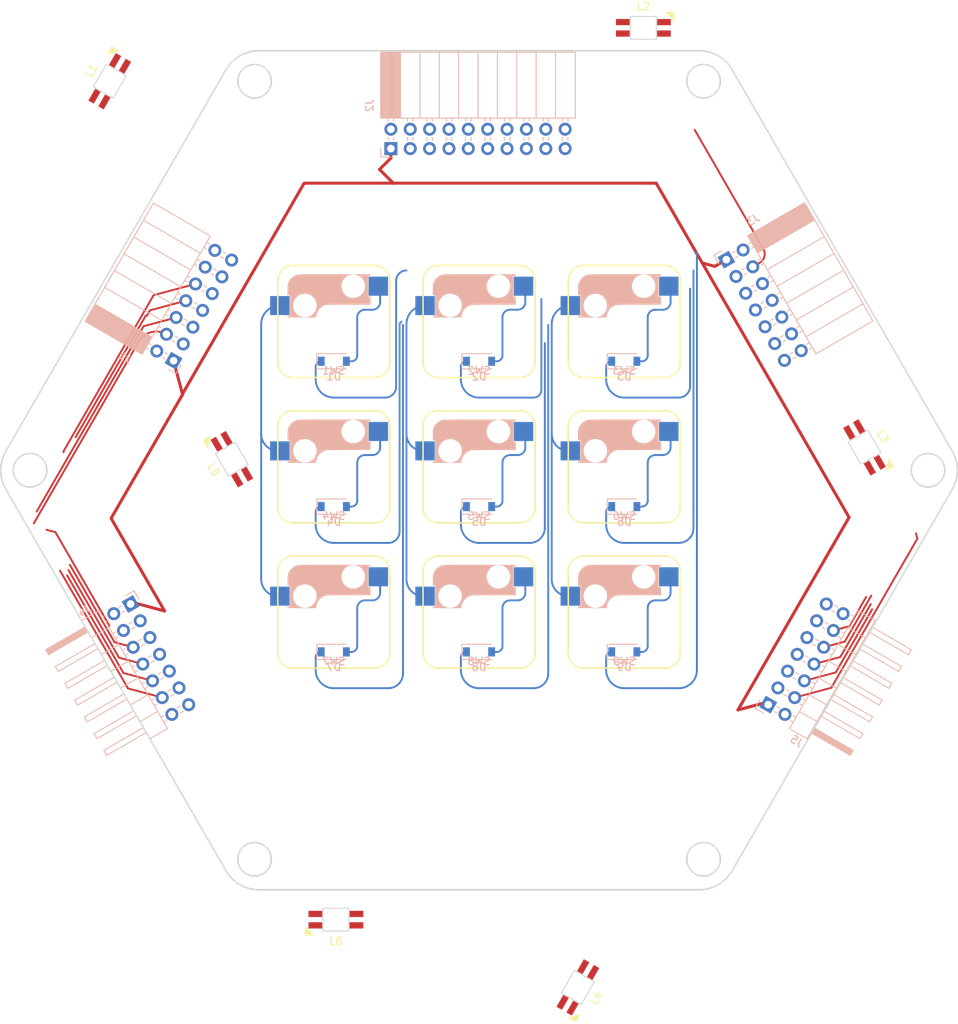
<source format=kicad_pcb>
(kicad_pcb (version 20211014) (generator pcbnew)
  (layers (0 "F.Cu" signal) (31 "B.Cu" signal) (34 "B.Paste" user) (35 "F.Paste" user) (36 "B.SilkS" user "B.Silkscreen") (37 "F.SilkS" user "F.Silkscreen") (38 "B.Mask" user) (39 "F.Mask" user) (44 "Edge.Cuts" user))
  (net 0 "")
  (net 1 "top_row0")
  (net 2 "Net-(D1-Pad2)")
  (net 3 "Net-(D2-Pad2)")
  (net 4 "Net-(D3-Pad2)")
  (net 5 "top_row1")
  (net 6 "Net-(D4-Pad2)")
  (net 7 "Net-(D5-Pad2)")
  (net 8 "Net-(D6-Pad2)")
  (net 9 "top_row2")
  (net 10 "Net-(D7-Pad2)")
  (net 11 "Net-(D8-Pad2)")
  (net 12 "Net-(D9-Pad2)")
  (net 13 "VCC")
  (net 14 "top_led_out")
  (net 15 "led_out")
  (net 16 "top_enc2_b")
  (net 17 "top_enc2_a")
  (net 18 "top_enc1_b")
  (net 19 "top_enc1_a")
  (net 20 "top_center_col0")
  (net 21 "top_center_col1")
  (net 22 "top_center_col2")
  (net 23 "GND")
  (net 25 "top_left_col0")
  (net 26 "top_left_col1")
  (net 27 "top_left_col2")
  (net 28 "top_right_col0")
  (net 29 "top_right_col1")
  (net 30 "top_right_col2")
  (net 33 "Net-(J4-Pad3)")
  (net 34 "Net-(L1-Pad2)")
  (net 35 "Net-(L2-Pad2)")
  (net 36 "Net-(L3-Pad2)")
  (net 37 "Net-(L4-Pad2)")
  (net 38 "Net-(L5-Pad2)")
  (footprint "mikamo3:YS-SK6812MINI-E" (layer "F.Cu") (at 112.172743 53.768027 180)
    (fp_text reference "L2" (at 0 2.8) (layer "F.SilkS"))
    (fp_text value "SK6812MINI-E" hide)
    (fp_line (start 1.7 -1.5) (end 1.7 1.5) (layer "Edge.Cuts") (width 0.12))
    (fp_line (start -1.7 -1.5) (end 1.7 -1.5) (layer "Edge.Cuts") (width 0.12))
    (fp_line (start 1.7 1.5) (end -1.7 1.5) (layer "Edge.Cuts") (width 0.12))
    (fp_line (start -1.7 1.5) (end -1.7 -1.5) (layer "Edge.Cuts") (width 0.12))
    (pad "1" smd rect (at 2.7 -0.75 180) (size 1.8 0.82) (layers "F.Cu" "F.Paste" "F.Mask") (net 13 "VCC"))
    (pad "2" smd rect (at 2.7 0.75 180) (size 1.8 0.82) (layers "F.Cu" "F.Paste" "F.Mask") (net 35 "Net-(L2-Pad2)"))
    (pad "3" smd rect (at -2.7 0.75 180) (size 1.8 0.82) (layers "F.Cu" "F.Paste" "F.Mask") (net 23 "GND"))
    (pad "4" smd rect (at -2.7 -0.75 180) (size 1.8 0.82) (layers "F.Cu" "F.Paste" "F.Mask") (net 34 "Net-(L1-Pad2)"))
  )
  (footprint "mikamo3:YS-SK6812MINI-E" (layer "F.Cu") (at 58.193129 110.313761 -60)
    (fp_text reference "L5" (at 0 2.8 120) (layer "F.SilkS"))
    (fp_text value "SK6812MINI-E" hide)
    (fp_line (start -1.7 -1.5) (end 1.7 -1.5) (layer "Edge.Cuts") (width 0.12))
    (fp_line (start -1.7 1.5) (end -1.7 -1.5) (layer "Edge.Cuts") (width 0.12))
    (fp_line (start 1.7 1.5) (end -1.7 1.5) (layer "Edge.Cuts") (width 0.12))
    (fp_line (start 1.7 -1.5) (end 1.7 1.5) (layer "Edge.Cuts") (width 0.12))
    (pad "1" smd rect (at 2.7 -0.75 300) (size 1.8 0.82) (layers "F.Cu" "F.Paste" "F.Mask") (net 13 "VCC"))
    (pad "2" smd rect (at 2.7 0.75 300) (size 1.8 0.82) (layers "F.Cu" "F.Paste" "F.Mask") (net 38 "Net-(L5-Pad2)"))
    (pad "3" smd rect (at -2.7 0.75 300) (size 1.8 0.82) (layers "F.Cu" "F.Paste" "F.Mask") (net 23 "GND"))
    (pad "4" smd rect (at -2.7 -0.75 300) (size 1.8 0.82) (layers "F.Cu" "F.Paste" "F.Mask") (net 37 "Net-(L4-Pad2)"))
  )
  (footprint "mikamo3:YS-SK6812MINI-E" (layer "F.Cu") (at 71.840621 170.682028)
    (fp_text reference "L6" (at 0 2.8) (layer "F.SilkS"))
    (fp_text value "SK6812MINI-E" hide)
    (fp_line (start 1.7 1.5) (end -1.7 1.5) (layer "Edge.Cuts") (width 0.12))
    (fp_line (start -1.7 1.5) (end -1.7 -1.5) (layer "Edge.Cuts") (width 0.12))
    (fp_line (start -1.7 -1.5) (end 1.7 -1.5) (layer "Edge.Cuts") (width 0.12))
    (fp_line (start 1.7 -1.5) (end 1.7 1.5) (layer "Edge.Cuts") (width 0.12))
    (pad "1" smd rect (at 2.7 -0.75) (size 1.8 0.82) (layers "F.Cu" "F.Paste" "F.Mask") (net 13 "VCC"))
    (pad "2" smd rect (at 2.7 0.75) (size 1.8 0.82) (layers "F.Cu" "F.Paste" "F.Mask") (net 15 "led_out"))
    (pad "3" smd rect (at -2.7 0.75) (size 1.8 0.82) (layers "F.Cu" "F.Paste" "F.Mask") (net 23 "GND"))
    (pad "4" smd rect (at -2.7 -0.75) (size 1.8 0.82) (layers "F.Cu" "F.Paste" "F.Mask") (net 38 "Net-(L5-Pad2)"))
  )
  (footprint "mikamo3:YS-SK6812MINI-E" (layer "F.Cu") (at 42.172741 60.768023 -120)
    (fp_text reference "L1" (at 0 2.8 60) (layer "F.SilkS"))
    (fp_text value "SK6812MINI-E" hide)
    (fp_line (start 1.7 -1.5) (end 1.7 1.5) (layer "Edge.Cuts") (width 0.12))
    (fp_line (start 1.7 1.5) (end -1.7 1.5) (layer "Edge.Cuts") (width 0.12))
    (fp_line (start -1.7 1.5) (end -1.7 -1.5) (layer "Edge.Cuts") (width 0.12))
    (fp_line (start -1.7 -1.5) (end 1.7 -1.5) (layer "Edge.Cuts") (width 0.12))
    (pad "1" smd rect (at 2.7 -0.75 240) (size 1.8 0.82) (layers "F.Cu" "F.Paste" "F.Mask") (net 13 "VCC"))
    (pad "2" smd rect (at 2.7 0.75 240) (size 1.8 0.82) (layers "F.Cu" "F.Paste" "F.Mask") (net 34 "Net-(L1-Pad2)"))
    (pad "3" smd rect (at -2.7 0.75 240) (size 1.8 0.82) (layers "F.Cu" "F.Paste" "F.Mask") (net 23 "GND"))
    (pad "4" smd rect (at -2.7 -0.75 240) (size 1.8 0.82) (layers "F.Cu" "F.Paste" "F.Mask") (net 14 "top_led_out"))
  )
  (footprint "mikamo3:CherryMX_Hotswap_1u" (layer "F.Cu") (at 71.567355 111.768191)
    (fp_text reference "SW4" (at 0 6 unlocked) (layer "B.SilkS") (effects (justify mirror)))
    (fp_text value "SW_Push" hide)
    (pad "" np_thru_hole circle (at -3.81 -2.54) (size 3 3) (drill 3) (layers F&B.Cu *.Mask))
    (pad "" np_thru_hole circle (at 0 0) (size 4.1 4.1) (drill 4.1) (layers F&B.Cu *.Mask))
    (pad "" np_thru_hole circle (at -5.08 0) (size 1.9 1.9) (drill 1.9) (layers F&B.Cu *.Mask))
    (pad "" np_thru_hole circle (at 2.54 -5.08) (size 3 3) (drill 3) (layers F&B.Cu *.Mask))
    (pad "" np_thru_hole circle (at 5.08 0) (size 1.9 1.9) (drill 1.9) (layers F&B.Cu *.Mask))
    (pad "1" smd rect (at -7.085 -2.54) (size 2.55 2.5) (layers "B.Cu" "B.Paste" "B.Mask") (net 20 "top_center_col0"))
    (pad "2" smd rect (at 5.842 -5.08) (size 2.55 2.5) (layers "B.Cu" "B.Paste" "B.Mask") (net 6 "Net-(D4-Pad2)"))
  )
  (footprint "mikamo3:CherryMX_Hotswap_1u" (layer "F.Cu") (at 71.567355 92.718194)
    (fp_text reference "SW1" (at 0 6 unlocked) (layer "B.SilkS") (effects (justify mirror)))
    (fp_text value "SW_Push" hide)
    (pad "" np_thru_hole circle (at -5.08 0) (size 1.9 1.9) (drill 1.9) (layers F&B.Cu *.Mask))
    (pad "" np_thru_hole circle (at -3.81 -2.54) (size 3 3) (drill 3) (layers F&B.Cu *.Mask))
    (pad "" np_thru_hole circle (at 0 0) (size 4.1 4.1) (drill 4.1) (layers F&B.Cu *.Mask))
    (pad "" np_thru_hole circle (at 5.08 0) (size 1.9 1.9) (drill 1.9) (layers F&B.Cu *.Mask))
    (pad "" np_thru_hole circle (at 2.54 -5.08) (size 3 3) (drill 3) (layers F&B.Cu *.Mask))
    (pad "1" smd rect (at -7.085 -2.54) (size 2.55 2.5) (layers "B.Cu" "B.Paste" "B.Mask") (net 20 "top_center_col0"))
    (pad "2" smd rect (at 5.842 -5.08) (size 2.55 2.5) (layers "B.Cu" "B.Paste" "B.Mask") (net 2 "Net-(D1-Pad2)"))
  )
  (footprint "mikamo3:CherryMX_Hotswap_1u" (layer "F.Cu") (at 90.617358 130.818197)
    (fp_text reference "SW8" (at 0 6 unlocked) (layer "B.SilkS") (effects (justify mirror)))
    (fp_text value "SW_Push" hide)
    (pad "" np_thru_hole circle (at -5.08 0) (size 1.9 1.9) (drill 1.9) (layers F&B.Cu *.Mask))
    (pad "" np_thru_hole circle (at 5.08 0) (size 1.9 1.9) (drill 1.9) (layers F&B.Cu *.Mask))
    (pad "" np_thru_hole circle (at 2.54 -5.08) (size 3 3) (drill 3) (layers F&B.Cu *.Mask))
    (pad "" np_thru_hole circle (at 0 0) (size 4.1 4.1) (drill 4.1) (layers F&B.Cu *.Mask))
    (pad "" np_thru_hole circle (at -3.81 -2.54) (size 3 3) (drill 3) (layers F&B.Cu *.Mask))
    (pad "1" smd rect (at -7.085 -2.54) (size 2.55 2.5) (layers "B.Cu" "B.Paste" "B.Mask") (net 21 "top_center_col1"))
    (pad "2" smd rect (at 5.842 -5.08) (size 2.55 2.5) (layers "B.Cu" "B.Paste" "B.Mask") (net 11 "Net-(D8-Pad2)"))
  )
  (footprint "mikamo3:CherryMX_Hotswap_1u" (layer "F.Cu") (at 109.667354 92.718195)
    (fp_text reference "SW3" (at 0 6 unlocked) (layer "B.SilkS") (effects (justify mirror)))
    (fp_text value "SW_Push" hide)
    (pad "" np_thru_hole circle (at 5.08 0) (size 1.9 1.9) (drill 1.9) (layers F&B.Cu *.Mask))
    (pad "" np_thru_hole circle (at -3.81 -2.54) (size 3 3) (drill 3) (layers F&B.Cu *.Mask))
    (pad "" np_thru_hole circle (at 2.54 -5.08) (size 3 3) (drill 3) (layers F&B.Cu *.Mask))
    (pad "" np_thru_hole circle (at -5.08 0) (size 1.9 1.9) (drill 1.9) (layers F&B.Cu *.Mask))
    (pad "" np_thru_hole circle (at 0 0) (size 4.1 4.1) (drill 4.1) (layers F&B.Cu *.Mask))
    (pad "1" smd rect (at -7.085 -2.54) (size 2.55 2.5) (layers "B.Cu" "B.Paste" "B.Mask") (net 22 "top_center_col2"))
    (pad "2" smd rect (at 5.842 -5.08) (size 2.55 2.5) (layers "B.Cu" "B.Paste" "B.Mask") (net 4 "Net-(D3-Pad2)"))
  )
  (footprint "mikamo3:CherryMX_Hotswap_1u" (layer "F.Cu") (at 109.667355 130.818198)
    (fp_text reference "SW9" (at 0 6 unlocked) (layer "B.SilkS") (effects (justify mirror)))
    (fp_text value "SW_Push" hide)
    (pad "" np_thru_hole circle (at -5.08 0) (size 1.9 1.9) (drill 1.9) (layers F&B.Cu *.Mask))
    (pad "" np_thru_hole circle (at -3.81 -2.54) (size 3 3) (drill 3) (layers F&B.Cu *.Mask))
    (pad "" np_thru_hole circle (at 0 0) (size 4.1 4.1) (drill 4.1) (layers F&B.Cu *.Mask))
    (pad "" np_thru_hole circle (at 2.54 -5.08) (size 3 3) (drill 3) (layers F&B.Cu *.Mask))
    (pad "" np_thru_hole circle (at 5.08 0) (size 1.9 1.9) (drill 1.9) (layers F&B.Cu *.Mask))
    (pad "1" smd rect (at -7.085 -2.54) (size 2.55 2.5) (layers "B.Cu" "B.Paste" "B.Mask") (net 22 "top_center_col2"))
    (pad "2" smd rect (at 5.842 -5.08) (size 2.55 2.5) (layers "B.Cu" "B.Paste" "B.Mask") (net 12 "Net-(D9-Pad2)"))
  )
  (footprint "mikamo3:CherryMX_Hotswap_1u" (layer "F.Cu") (at 90.617359 111.768199)
    (fp_text reference "SW5" (at 0 6 unlocked) (layer "B.SilkS") (effects (justify mirror)))
    (fp_text value "SW_Push" hide)
    (pad "" np_thru_hole circle (at 2.54 -5.08) (size 3 3) (drill 3) (layers F&B.Cu *.Mask))
    (pad "" np_thru_hole circle (at -3.81 -2.54) (size 3 3) (drill 3) (layers F&B.Cu *.Mask))
    (pad "" np_thru_hole circle (at -5.08 0) (size 1.9 1.9) (drill 1.9) (layers F&B.Cu *.Mask))
    (pad "" np_thru_hole circle (at 0 0) (size 4.1 4.1) (drill 4.1) (layers F&B.Cu *.Mask))
    (pad "" np_thru_hole circle (at 5.08 0) (size 1.9 1.9) (drill 1.9) (layers F&B.Cu *.Mask))
    (pad "1" smd rect (at -7.085 -2.54) (size 2.55 2.5) (layers "B.Cu" "B.Paste" "B.Mask") (net 21 "top_center_col1"))
    (pad "2" smd rect (at 5.842 -5.08) (size 2.55 2.5) (layers "B.Cu" "B.Paste" "B.Mask") (net 7 "Net-(D5-Pad2)"))
  )
  (footprint "mikamo3:YS-SK6812MINI-E" (layer "F.Cu") (at 141.172742 108.768029 120)
    (fp_text reference "L3" (at 0 2.8 120) (layer "F.SilkS"))
    (fp_text value "SK6812MINI-E" hide)
    (fp_line (start 1.7 1.5) (end -1.7 1.5) (layer "Edge.Cuts") (width 0.12))
    (fp_line (start -1.7 1.5) (end -1.7 -1.5) (layer "Edge.Cuts") (width 0.12))
    (fp_line (start -1.7 -1.5) (end 1.7 -1.5) (layer "Edge.Cuts") (width 0.12))
    (fp_line (start 1.7 -1.5) (end 1.7 1.5) (layer "Edge.Cuts") (width 0.12))
    (pad "1" smd rect (at 2.7 -0.75 120) (size 1.8 0.82) (layers "F.Cu" "F.Paste" "F.Mask") (net 13 "VCC"))
    (pad "2" smd rect (at 2.7 0.75 120) (size 1.8 0.82) (layers "F.Cu" "F.Paste" "F.Mask") (net 36 "Net-(L3-Pad2)"))
    (pad "3" smd rect (at -2.7 0.75 120) (size 1.8 0.82) (layers "F.Cu" "F.Paste" "F.Mask") (net 23 "GND"))
    (pad "4" smd rect (at -2.7 -0.75 120) (size 1.8 0.82) (layers "F.Cu" "F.Paste" "F.Mask") (net 35 "Net-(L2-Pad2)"))
  )
  (footprint "mikamo3:CherryMX_Hotswap_1u" (layer "F.Cu") (at 109.667357 111.768193)
    (fp_text reference "SW6" (at 0 6 unlocked) (layer "B.SilkS") (effects (justify mirror)))
    (fp_text value "SW_Push" hide)
    (pad "" np_thru_hole circle (at 2.54 -5.08) (size 3 3) (drill 3) (layers F&B.Cu *.Mask))
    (pad "" np_thru_hole circle (at -5.08 0) (size 1.9 1.9) (drill 1.9) (layers F&B.Cu *.Mask))
    (pad "" np_thru_hole circle (at 0 0) (size 4.1 4.1) (drill 4.1) (layers F&B.Cu *.Mask))
    (pad "" np_thru_hole circle (at 5.08 0) (size 1.9 1.9) (drill 1.9) (layers F&B.Cu *.Mask))
    (pad "" np_thru_hole circle (at -3.81 -2.54) (size 3 3) (drill 3) (layers F&B.Cu *.Mask))
    (pad "1" smd rect (at -7.085 -2.54) (size 2.55 2.5) (layers "B.Cu" "B.Paste" "B.Mask") (net 22 "top_center_col2"))
    (pad "2" smd rect (at 5.842 -5.08) (size 2.55 2.5) (layers "B.Cu" "B.Paste" "B.Mask") (net 8 "Net-(D6-Pad2)"))
  )
  (footprint "mikamo3:CherryMX_Hotswap_1u" (layer "F.Cu") (at 90.61736 92.718192)
    (fp_text reference "SW2" (at 0 6 unlocked) (layer "B.SilkS") (effects (justify mirror)))
    (fp_text value "SW_Push" hide)
    (pad "" np_thru_hole circle (at 5.08 0) (size 1.9 1.9) (drill 1.9) (layers F&B.Cu *.Mask))
    (pad "" np_thru_hole circle (at -3.81 -2.54) (size 3 3) (drill 3) (layers F&B.Cu *.Mask))
    (pad "" np_thru_hole circle (at 0 0) (size 4.1 4.1) (drill 4.1) (layers F&B.Cu *.Mask))
    (pad "" np_thru_hole circle (at -5.08 0) (size 1.9 1.9) (drill 1.9) (layers F&B.Cu *.Mask))
    (pad "" np_thru_hole circle (at 2.54 -5.08) (size 3 3) (drill 3) (layers F&B.Cu *.Mask))
    (pad "1" smd rect (at -7.085 -2.54) (size 2.55 2.5) (layers "B.Cu" "B.Paste" "B.Mask") (net 21 "top_center_col1"))
    (pad "2" smd rect (at 5.842 -5.08) (size 2.55 2.5) (layers "B.Cu" "B.Paste" "B.Mask") (net 3 "Net-(D2-Pad2)"))
  )
  (footprint "mikamo3:CherryMX_Hotswap_1u" (layer "F.Cu") (at 71.567358 130.818193)
    (fp_text reference "SW7" (at 0 6 unlocked) (layer "B.SilkS") (effects (justify mirror)))
    (fp_text value "SW_Push" hide)
    (pad "" np_thru_hole circle (at 2.54 -5.08) (size 3 3) (drill 3) (layers F&B.Cu *.Mask))
    (pad "" np_thru_hole circle (at -3.81 -2.54) (size 3 3) (drill 3) (layers F&B.Cu *.Mask))
    (pad "" np_thru_hole circle (at 5.08 0) (size 1.9 1.9) (drill 1.9) (layers F&B.Cu *.Mask))
    (pad "" np_thru_hole circle (at 0 0) (size 4.1 4.1) (drill 4.1) (layers F&B.Cu *.Mask))
    (pad "" np_thru_hole circle (at -5.08 0) (size 1.9 1.9) (drill 1.9) (layers F&B.Cu *.Mask))
    (pad "1" smd rect (at -7.085 -2.54) (size 2.55 2.5) (layers "B.Cu" "B.Paste" "B.Mask") (net 20 "top_center_col0"))
    (pad "2" smd rect (at 5.842 -5.08) (size 2.55 2.5) (layers "B.Cu" "B.Paste" "B.Mask") (net 10 "Net-(D7-Pad2)"))
  )
  (footprint "mikamo3:YS-SK6812MINI-E" (layer "F.Cu") (at 103.574903 179.563426 60)
    (fp_text reference "L4" (at 0 2.8 60) (layer "F.SilkS"))
    (fp_text value "SK6812MINI-E" hide)
    (fp_line (start 1.7 -1.5) (end 1.7 1.5) (layer "Edge.Cuts") (width 0.12))
    (fp_line (start -1.7 1.5) (end -1.7 -1.5) (layer "Edge.Cuts") (width 0.12))
    (fp_line (start -1.7 -1.5) (end 1.7 -1.5) (layer "Edge.Cuts") (width 0.12))
    (fp_line (start 1.7 1.5) (end -1.7 1.5) (layer "Edge.Cuts") (width 0.12))
    (pad "1" smd rect (at 2.7 -0.75 60) (size 1.8 0.82) (layers "F.Cu" "F.Paste" "F.Mask") (net 13 "VCC"))
    (pad "2" smd rect (at 2.7 0.75 60) (size 1.8 0.82) (layers "F.Cu" "F.Paste" "F.Mask") (net 37 "Net-(L4-Pad2)"))
    (pad "3" smd rect (at -2.7 0.75 60) (size 1.8 0.82) (layers "F.Cu" "F.Paste" "F.Mask") (net 23 "GND"))
    (pad "4" smd rect (at -2.7 -0.75 60) (size 1.8 0.82) (layers "F.Cu" "F.Paste" "F.Mask") (net 36 "Net-(L3-Pad2)"))
  )
  (footprint "Connector_PinSocket_2.54mm:PinSocket_2x10_P2.54mm_Horizontal" (layer "B.Cu") (at 79.048903 69.598967 -90)
    (fp_text reference "J2" (at -5.65 2.77 90) (layer "B.SilkS") (effects (justify mirror)))
    (fp_text value "Conn_01x20")
    (pad "1" thru_hole rect (at 0 0 270) (size 1.7 1.7) (drill 1) (layers *.Cu *.Mask) (net 13 "VCC"))
    (pad "2" thru_hole oval (at -2.54 0 270) (size 1.7 1.7) (drill 1) (layers *.Cu *.Mask))
    (pad "3" thru_hole oval (at 0 -2.54 270) (size 1.7 1.7) (drill 1) (layers *.Cu *.Mask) (net 14 "top_led_out"))
    (pad "4" thru_hole oval (at -2.54 -2.54 270) (size 1.7 1.7) (drill 1) (layers *.Cu *.Mask) (net 1 "top_row0"))
    (pad "5" thru_hole oval (at 0 -5.08 270) (size 1.7 1.7) (drill 1) (layers *.Cu *.Mask) (net 5 "top_row1"))
    (pad "6" thru_hole oval (at -2.54 -5.08 270) (size 1.7 1.7) (drill 1) (layers *.Cu *.Mask) (net 9 "top_row2"))
    (pad "7" thru_hole oval (at 0 -7.62 270) (size 1.7 1.7) (drill 1) (layers *.Cu *.Mask) (net 16 "top_enc2_b"))
    (pad "8" thru_hole oval (at -2.54 -7.62 270) (size 1.7 1.7) (drill 1) (layers *.Cu *.Mask) (net 17 "top_enc2_a"))
    (pad "9" thru_hole oval (at 0 -10.16 270) (size 1.7 1.7) (drill 1) (layers *.Cu *.Mask) (net 18 "top_enc1_b"))
    (pad "10" thru_hole oval (at -2.54 -10.16 270) (size 1.7 1.7) (drill 1) (layers *.Cu *.Mask) (net 19 "top_enc1_a"))
    (pad "11" thru_hole oval (at 0 -12.7 270) (size 1.7 1.7) (drill 1) (layers *.Cu *.Mask) (net 20 "top_center_col0"))
    (pad "12" thru_hole oval (at -2.54 -12.7 270) (size 1.7 1.7) (drill 1) (layers *.Cu *.Mask) (net 21 "top_center_col1"))
    (pad "13" thru_hole oval (at 0 -15.24 270) (size 1.7 1.7) (drill 1) (layers *.Cu *.Mask) (net 22 "top_center_col2"))
    (pad "14" thru_hole oval (at -2.54 -15.24 270) (size 1.7 1.7) (drill 1) (layers *.Cu *.Mask) (net 25 "top_left_col0"))
    (pad "15" thru_hole oval (at 0 -17.78 270) (size 1.7 1.7) (drill 1) (layers *.Cu *.Mask) (net 26 "top_left_col1"))
    (pad "16" thru_hole oval (at -2.54 -17.78 270) (size 1.7 1.7) (drill 1) (layers *.Cu *.Mask) (net 27 "top_left_col2"))
    (pad "17" thru_hole oval (at 0 -20.32 270) (size 1.7 1.7) (drill 1) (layers *.Cu *.Mask) (net 28 "top_right_col0"))
    (pad "18" thru_hole oval (at -2.54 -20.32 270) (size 1.7 1.7) (drill 1) (layers *.Cu *.Mask) (net 29 "top_right_col1"))
    (pad "19" thru_hole oval (at 0 -22.86 270) (size 1.7 1.7) (drill 1) (layers *.Cu *.Mask) (net 30 "top_right_col2"))
    (pad "20" thru_hole oval (at -2.54 -22.86 270) (size 1.7 1.7) (drill 1) (layers *.Cu *.Mask) (net 23 "GND"))
  )
  (footprint "Diode_SMD:D_SOD-123" (layer "B.Cu") (at 90.617359 116.530699)
    (fp_text reference "D5" (at 0 2) (layer "B.SilkS") (effects (justify mirror)))
    (fp_text value "D")
    (pad "1" smd rect (at -1.65 0) (size 0.9 1.2) (layers "B.Cu" "B.Paste" "B.Mask") (net 5 "top_row1"))
    (pad "2" smd rect (at 1.65 0) (size 0.9 1.2) (layers "B.Cu" "B.Paste" "B.Mask") (net 7 "Net-(D5-Pad2)"))
  )
  (footprint "Connector_PinSocket_2.54mm:PinSocket_2x07_P2.54mm_Horizontal" (layer "B.Cu") (at 123.052511 84.16137 -150)
    (fp_text reference "J3" (at -5.65 2.769999 30) (layer "B.SilkS") (effects (justify mirror)))
    (fp_text value "Conn_01x14")
    (pad "1" thru_hole rect (at 0 0 210) (size 1.7 1.7) (drill 1) (layers *.Cu *.Mask) (net 13 "VCC"))
    (pad "2" thru_hole oval (at -2.54 0 210) (size 1.7 1.7) (drill 1) (layers *.Cu *.Mask) (net 14 "top_led_out"))
    (pad "3" thru_hole oval (at 0 -2.54 210) (size 1.7 1.7) (drill 1) (layers *.Cu *.Mask))
    (pad "4" thru_hole oval (at -2.54 -2.54 210) (size 1.7 1.7) (drill 1) (layers *.Cu *.Mask) (net 1 "top_row0"))
    (pad "5" thru_hole oval (at 0 -5.08 210) (size 1.7 1.7) (drill 1) (layers *.Cu *.Mask) (net 5 "top_row1"))
    (pad "6" thru_hole oval (at -2.54 -5.08 210) (size 1.7 1.7) (drill 1) (layers *.Cu *.Mask) (net 9 "top_row2"))
    (pad "7" thru_hole oval (at 0 -7.62 210) (size 1.7 1.7) (drill 1) (layers *.Cu *.Mask) (net 16 "top_enc2_b"))
    (pad "8" thru_hole oval (at -2.54 -7.62 210) (size 1.7 1.7) (drill 1) (layers *.Cu *.Mask) (net 17 "top_enc2_a"))
    (pad "9" thru_hole oval (at 0 -10.16 210) (size 1.7 1.7) (drill 1) (layers *.Cu *.Mask) (net 18 "top_enc1_b"))
    (pad "10" thru_hole oval (at -2.54 -10.16 210) (size 1.7 1.7) (drill 1) (layers *.Cu *.Mask) (net 19 "top_enc1_a"))
    (pad "11" thru_hole oval (at 0 -12.7 210) (size 1.7 1.7) (drill 1) (layers *.Cu *.Mask) (net 20 "top_center_col0"))
    (pad "12" thru_hole oval (at -2.54 -12.7 210) (size 1.7 1.7) (drill 1) (layers *.Cu *.Mask) (net 21 "top_center_col1"))
    (pad "13" thru_hole oval (at 0 -15.24 210) (size 1.7 1.7) (drill 1) (layers *.Cu *.Mask) (net 22 "top_center_col2"))
    (pad "14" thru_hole oval (at -2.54 -15.24 210) (size 1.7 1.7) (drill 1) (layers *.Cu *.Mask) (net 23 "GND"))
  )
  (footprint "Diode_SMD:D_SOD-123" (layer "B.Cu") (at 71.567358 116.530693)
    (fp_text reference "D4" (at 0 2) (layer "B.SilkS") (effects (justify mirror)))
    (fp_text value "D")
    (pad "1" smd rect (at -1.65 0) (size 0.9 1.2) (layers "B.Cu" "B.Paste" "B.Mask") (net 5 "top_row1"))
    (pad "2" smd rect (at 1.65 0) (size 0.9 1.2) (layers "B.Cu" "B.Paste" "B.Mask") (net 6 "Net-(D4-Pad2)"))
  )
  (footprint "Diode_SMD:D_SOD-123" (layer "B.Cu") (at 109.667354 116.530695)
    (fp_text reference "D6" (at 0 2) (layer "B.SilkS") (effects (justify mirror)))
    (fp_text value "D")
    (pad "1" smd rect (at -1.65 0) (size 0.9 1.2) (layers "B.Cu" "B.Paste" "B.Mask") (net 5 "top_row1"))
    (pad "2" smd rect (at 1.65 0) (size 0.9 1.2) (layers "B.Cu" "B.Paste" "B.Mask") (net 8 "Net-(D6-Pad2)"))
  )
  (footprint "Connector_PinSocket_2.54mm:PinSocket_2x07_P2.54mm_Horizontal" (layer "B.Cu") (at 50.545298 97.411561 -30)
    (fp_text reference "J1" (at -5.650001 2.77 150) (layer "B.SilkS") (effects (justify mirror)))
    (fp_text value "Conn_01x14")
    (pad "1" thru_hole rect (at 0 0 330) (size 1.7 1.7) (drill 1) (layers *.Cu *.Mask) (net 13 "VCC"))
    (pad "2" thru_hole oval (at -2.54 0 330) (size 1.7 1.7) (drill 1) (layers *.Cu *.Mask) (net 14 "top_led_out"))
    (pad "3" thru_hole oval (at 0 -2.54 330) (size 1.7 1.7) (drill 1) (layers *.Cu *.Mask) (net 15 "led_out"))
    (pad "4" thru_hole oval (at -2.54 -2.54 330) (size 1.7 1.7) (drill 1) (layers *.Cu *.Mask) (net 1 "top_row0"))
    (pad "5" thru_hole oval (at 0 -5.08 330) (size 1.7 1.7) (drill 1) (layers *.Cu *.Mask) (net 5 "top_row1"))
    (pad "6" thru_hole oval (at -2.54 -5.08 330) (size 1.7 1.7) (drill 1) (layers *.Cu *.Mask) (net 9 "top_row2"))
    (pad "7" thru_hole oval (at 0 -7.62 330) (size 1.7 1.7) (drill 1) (layers *.Cu *.Mask) (net 16 "top_enc2_b"))
    (pad "8" thru_hole oval (at -2.54 -7.62 330) (size 1.7 1.7) (drill 1) (layers *.Cu *.Mask) (net 17 "top_enc2_a"))
    (pad "9" thru_hole oval (at 0 -10.16 330) (size 1.7 1.7) (drill 1) (layers *.Cu *.Mask) (net 18 "top_enc1_b"))
    (pad "10" thru_hole oval (at -2.54 -10.16 330) (size 1.7 1.7) (drill 1) (layers *.Cu *.Mask) (net 19 "top_enc1_a"))
    (pad "11" thru_hole oval (at 0 -12.7 330) (size 1.7 1.7) (drill 1) (layers *.Cu *.Mask) (net 20 "top_center_col0"))
    (pad "12" thru_hole oval (at -2.54 -12.7 330) (size 1.7 1.7) (drill 1) (layers *.Cu *.Mask) (net 21 "top_center_col1"))
    (pad "13" thru_hole oval (at 0 -15.24 330) (size 1.7 1.7) (drill 1) (layers *.Cu *.Mask) (net 22 "top_center_col2"))
    (pad "14" thru_hole oval (at -2.54 -15.24 330) (size 1.7 1.7) (drill 1) (layers *.Cu *.Mask) (net 23 "GND"))
  )
  (footprint "Diode_SMD:D_SOD-123" (layer "B.Cu") (at 90.617359 97.480693)
    (fp_text reference "D2" (at 0 2) (layer "B.SilkS") (effects (justify mirror)))
    (fp_text value "D")
    (pad "1" smd rect (at -1.65 0) (size 0.9 1.2) (layers "B.Cu" "B.Paste" "B.Mask") (net 1 "top_row0"))
    (pad "2" smd rect (at 1.65 0) (size 0.9 1.2) (layers "B.Cu" "B.Paste" "B.Mask") (net 3 "Net-(D2-Pad2)"))
  )
  (footprint "Connector_PinHeader_2.54mm:PinHeader_2x07_P2.54mm_Horizontal" (layer "B.Cu") (at 44.90861 129.304555 -150)
    (fp_text reference "J4" (at 5.655 2.27 30) (layer "B.SilkS") (effects (justify mirror)))
    (fp_text value "Conn_01x14")
    (pad "1" thru_hole rect (at 0 0 210) (size 1.7 1.7) (drill 1) (layers *.Cu *.Mask) (net 13 "VCC"))
    (pad "2" thru_hole oval (at 2.54 0 210) (size 1.7 1.7) (drill 1) (layers *.Cu *.Mask))
    (pad "3" thru_hole oval (at 0 -2.54 210) (size 1.7 1.7) (drill 1) (layers *.Cu *.Mask) (net 33 "Net-(J4-Pad3)"))
    (pad "4" thru_hole oval (at 2.54 -2.54 210) (size 1.7 1.7) (drill 1) (layers *.Cu *.Mask) (net 1 "top_row0"))
    (pad "5" thru_hole oval (at 0 -5.08 210) (size 1.7 1.7) (drill 1) (layers *.Cu *.Mask) (net 5 "top_row1"))
    (pad "6" thru_hole oval (at 2.54 -5.08 210) (size 1.7 1.7) (drill 1) (layers *.Cu *.Mask) (net 9 "top_row2"))
    (pad "7" thru_hole oval (at 0 -7.62 210) (size 1.7 1.7) (drill 1) (layers *.Cu *.Mask) (net 16 "top_enc2_b"))
    (pad "8" thru_hole oval (at 2.54 -7.62 210) (size 1.7 1.7) (drill 1) (layers *.Cu *.Mask) (net 17 "top_enc2_a"))
    (pad "9" thru_hole oval (at 0 -10.16 210) (size 1.7 1.7) (drill 1) (layers *.Cu *.Mask) (net 18 "top_enc1_b"))
    (pad "10" thru_hole oval (at 2.54 -10.16 210) (size 1.7 1.7) (drill 1) (layers *.Cu *.Mask) (net 19 "top_enc1_a"))
    (pad "11" thru_hole oval (at 0 -12.7 210) (size 1.7 1.7) (drill 1) (layers *.Cu *.Mask) (net 25 "top_left_col0"))
    (pad "12" thru_hole oval (at 2.54 -12.7 210) (size 1.7 1.7) (drill 1) (layers *.Cu *.Mask) (net 26 "top_left_col1"))
    (pad "13" thru_hole oval (at 0 -15.24 210) (size 1.7 1.7) (drill 1) (layers *.Cu *.Mask) (net 27 "top_left_col2"))
    (pad "14" thru_hole oval (at 2.54 -15.24 210) (size 1.7 1.7) (drill 1) (layers *.Cu *.Mask) (net 23 "GND"))
  )
  (footprint "Connector_PinHeader_2.54mm:PinHeader_2x07_P2.54mm_Horizontal" (layer "B.Cu") (at 128.543358 142.502412 -30)
    (fp_text reference "J5" (at 5.655 2.27 150) (layer "B.SilkS") (effects (justify mirror)))
    (fp_text value "Conn_01x14")
    (pad "1" thru_hole rect (at 0 0 330) (size 1.7 1.7) (drill 1) (layers *.Cu *.Mask) (net 13 "VCC"))
    (pad "2" thru_hole oval (at 2.54 0 330) (size 1.7 1.7) (drill 1) (layers *.Cu *.Mask) (net 33 "Net-(J4-Pad3)"))
    (pad "3" thru_hole oval (at 0 -2.54 330) (size 1.7 1.7) (drill 1) (layers *.Cu *.Mask) (net 15 "led_out"))
    (pad "4" thru_hole oval (at 2.54 -2.54 330) (size 1.7 1.7) (drill 1) (layers *.Cu *.Mask) (net 1 "top_row0"))
    (pad "5" thru_hole oval (at 0 -5.08 330) (size 1.7 1.7) (drill 1) (layers *.Cu *.Mask) (net 5 "top_row1"))
    (pad "6" thru_hole oval (at 2.54 -5.08 330) (size 1.7 1.7) (drill 1) (layers *.Cu *.Mask) (net 9 "top_row2"))
    (pad "7" thru_hole oval (at 0 -7.62 330) (size 1.7 1.7) (drill 1) (layers *.Cu *.Mask) (net 16 "top_enc2_b"))
    (pad "8" thru_hole oval (at 2.54 -7.62 330) (size 1.7 1.7) (drill 1) (layers *.Cu *.Mask) (net 17 "top_enc2_a"))
    (pad "9" thru_hole oval (at 0 -10.16 330) (size 1.7 1.7) (drill 1) (layers *.Cu *.Mask) (net 18 "top_enc1_b"))
    (pad "10" thru_hole oval (at 2.54 -10.16 330) (size 1.7 1.7) (drill 1) (layers *.Cu *.Mask) (net 19 "top_enc1_a"))
    (pad "11" thru_hole oval (at 0 -12.7 330) (size 1.7 1.7) (drill 1) (layers *.Cu *.Mask) (net 28 "top_right_col0"))
    (pad "12" thru_hole oval (at 2.54 -12.7 330) (size 1.7 1.7) (drill 1) (layers *.Cu *.Mask) (net 29 "top_right_col1"))
    (pad "13" thru_hole oval (at 0 -15.24 330) (size 1.7 1.7) (drill 1) (layers *.Cu *.Mask) (net 30 "top_right_col2"))
    (pad "14" thru_hole oval (at 2.54 -15.24 330) (size 1.7 1.7) (drill 1) (layers *.Cu *.Mask) (net 23 "GND"))
  )
  (footprint "Diode_SMD:D_SOD-123" (layer "B.Cu") (at 71.567356 135.580693)
    (fp_text reference "D7" (at 0 2) (layer "B.SilkS") (effects (justify mirror)))
    (fp_text value "D")
    (pad "1" smd rect (at -1.65 0) (size 0.9 1.2) (layers "B.Cu" "B.Paste" "B.Mask") (net 9 "top_row2"))
    (pad "2" smd rect (at 1.65 0) (size 0.9 1.2) (layers "B.Cu" "B.Paste" "B.Mask") (net 10 "Net-(D7-Pad2)"))
  )
  (footprint "Diode_SMD:D_SOD-123" (layer "B.Cu") (at 90.617357 135.580696)
    (fp_text reference "D8" (at 0 2) (layer "B.SilkS") (effects (justify mirror)))
    (fp_text value "D")
    (pad "1" smd rect (at -1.65 0) (size 0.9 1.2) (layers "B.Cu" "B.Paste" "B.Mask") (net 9 "top_row2"))
    (pad "2" smd rect (at 1.65 0) (size 0.9 1.2) (layers "B.Cu" "B.Paste" "B.Mask") (net 11 "Net-(D8-Pad2)"))
  )
  (footprint "Diode_SMD:D_SOD-123" (layer "B.Cu") (at 109.667354 97.480695)
    (fp_text reference "D3" (at 0 2) (layer "B.SilkS") (effects (justify mirror)))
    (fp_text value "D")
    (pad "1" smd rect (at -1.65 0) (size 0.9 1.2) (layers "B.Cu" "B.Paste" "B.Mask") (net 1 "top_row0"))
    (pad "2" smd rect (at 1.65 0) (size 0.9 1.2) (layers "B.Cu" "B.Paste" "B.Mask") (net 4 "Net-(D3-Pad2)"))
  )
  (footprint "Diode_SMD:D_SOD-123" (layer "B.Cu") (at 71.567355 97.480694)
    (fp_text reference "D1" (at 0 2) (layer "B.SilkS") (effects (justify mirror)))
    (fp_text value "D")
    (pad "1" smd rect (at -1.65 0) (size 0.9 1.2) (layers "B.Cu" "B.Paste" "B.Mask") (net 1 "top_row0"))
    (pad "2" smd rect (at 1.65 0) (size 0.9 1.2) (layers "B.Cu" "B.Paste" "B.Mask") (net 2 "Net-(D1-Pad2)"))
  )
  (footprint "Diode_SMD:D_SOD-123" (layer "B.Cu") (at 109.667355 135.580698)
    (fp_text reference "D9" (at 0 2) (layer "B.SilkS") (effects (justify mirror)))
    (fp_text value "D")
    (pad "1" smd rect (at -1.65 0) (size 0.9 1.2) (layers "B.Cu" "B.Paste" "B.Mask") (net 9 "top_row2"))
    (pad "2" smd rect (at 1.65 0) (size 0.9 1.2) (layers "B.Cu" "B.Paste" "B.Mask") (net 12 "Net-(D9-Pad2)"))
  )
  (gr_line (start 123.815148 164.268193) (end 152.682658 114.268199) (layer "Edge.Cuts") (width 0.2))
  (gr_circle (center 120.062269 60.768366) (end 122.262267 60.768367) (layer "Edge.Cuts") (width 0.2) (fill none))
  (gr_arc (start 61.749995 166.768195) (mid 59.249998 166.098318) (end 57.419863 164.268196) (layer "Edge.Cuts") (width 0.2))
  (gr_circle (center 31.727974 111.768195) (end 33.927977 111.768193) (layer "Edge.Cuts") (width 0.2) (fill none))
  (gr_arc (start 123.815148 164.268193) (mid 121.985023 166.098328) (end 119.485021 166.768196) (layer "Edge.Cuts") (width 0.2))
  (gr_arc (start 28.552354 114.268199) (mid 27.88248 111.768196) (end 28.552351 109.268191) (layer "Edge.Cuts") (width 0.2))
  (gr_line (start 28.552354 114.268199) (end 57.419863 164.268196) (layer "Edge.Cuts") (width 0.2))
  (gr_circle (center 149.507034 111.768195) (end 151.707032 111.768196) (layer "Edge.Cuts") (width 0.2) (fill none))
  (gr_arc (start 119.485019 56.768197) (mid 121.985013 57.438073) (end 123.815146 59.268192) (layer "Edge.Cuts") (width 0.2))
  (gr_arc (start 57.419867 59.268196) (mid 59.249994 57.438066) (end 61.749994 56.768193) (layer "Edge.Cuts") (width 0.2))
  (gr_line (start 152.682658 109.268199) (end 123.815146 59.268192) (layer "Edge.Cuts") (width 0.2))
  (gr_line (start 57.419867 59.268196) (end 28.552351 109.268191) (layer "Edge.Cuts") (width 0.2))
  (gr_line (start 61.749995 166.768195) (end 119.485021 166.768196) (layer "Edge.Cuts") (width 0.2))
  (gr_circle (center 61.172743 162.768024) (end 63.372742 162.768022) (layer "Edge.Cuts") (width 0.2) (fill none))
  (gr_arc (start 152.682658 109.268199) (mid 153.352527 111.768199) (end 152.682658 114.268199) (layer "Edge.Cuts") (width 0.2))
  (gr_circle (center 120.062269 162.768024) (end 122.262267 162.768025) (layer "Edge.Cuts") (width 0.2) (fill none))
  (gr_line (start 119.485019 56.768197) (end 61.749994 56.768193) (layer "Edge.Cuts") (width 0.2))
  (gr_circle (center 61.172739 60.768366) (end 63.372742 60.768364) (layer "Edge.Cuts") (width 0.2) (fill none))
  (segment (start 32.225886 118.715348) (end 32.225886 118.715348) (width 0.25) (layer "F.Cu") (net 1))
  (segment (start 143.859512 128.092282) (end 148.109515 120.731069) (width 0.25) (layer "F.Cu") (net 1))
  (segment (start 127.900222 82.734585) (end 118.90022 67.14613) (width 0.25) (layer "F.Cu") (net 1))
  (segment (start 43.978901 132.774263) (end 43.407973 133.10388) (width 0.25) (layer "F.Cu") (net 1))
  (segment (start 42.132616 132.154462) (end 35.047681 119.882989) (width 0.25) (layer "F.Cu") (net 1))
  (segment (start 136.820263 140.284627) (end 143.859512 128.092282) (width 0.25) (layer "F.Cu") (net 1))
  (segment (start 148.109515 120.731069) (end 147.926501 120.048053) (width 0.25) (layer "F.Cu") (net 1))
  (segment (start 45.963957 94.920311) (end 32.225886 118.715348) (width 0.25) (layer "F.Cu") (net 1))
  (segment (start 35.047681 119.882989) (end 33.895758 119.574334) (width 0.25) (layer "F.Cu") (net 1))
  (segment (start 132.013062 141.572707) (end 136.820263 140.284627) (width 0.25) (layer "F.Cu") (net 1))
  (segment (start 126.522214 85.091072) (end 127.405438 84.581144) (width 0.25) (layer "F.Cu") (net 1))
  (arc (start 127.405438 84.581144) (mid 128.035266 83.760341) (end 127.900222 82.734585) (width 0.25) (layer "F.Cu") (net 1))
  (arc (start 49.615589 93.941857) (mid 47.587141 93.674828) (end 45.963957 94.920311) (width 0.25) (layer "F.Cu") (net 1))
  (segment (start 118.292355 99.861944) (end 118.292354 100.761946) (width 0.25) (layer "B.Cu") (net 1))
  (segment (start 79.742359 86.924442) (end 79.742355 100.802889) (width 0.25) (layer "B.Cu") (net 1))
  (segment (start 88.236109 99.861943) (end 88.236105 98.21195) (width 0.25) (layer "B.Cu") (net 1))
  (segment (start 98.792356 89.30569) (end 98.792359 101.211942) (width 0.25) (layer "B.Cu") (net 1))
  (segment (start 109.667357 102.243193) (end 116.811104 102.243195) (width 0.25) (layer "B.Cu") (net 1))
  (segment (start 97.761103 102.243193) (end 90.617359 102.243193) (width 0.25) (layer "B.Cu") (net 1))
  (segment (start 118.292355 99.861944) (end 118.292355 87.955694) (width 0.25) (layer "B.Cu") (net 1))
  (segment (start 107.286104 98.211948) (end 107.286109 99.861944) (width 0.25) (layer "B.Cu") (net 1))
  (segment (start 78.30205 102.243195) (end 71.567354 102.243193) (width 0.25) (layer "B.Cu") (net 1))
  (segment (start 69.186105 99.861944) (end 69.186104 98.211937) (width 0.25) (layer "B.Cu") (net 1))
  (arc (start 98.792359 101.211942) (mid 98.49031 101.941145) (end 97.761103 102.243193) (width 0.25) (layer "B.Cu") (net 1))
  (arc (start 90.617359 102.243193) (mid 88.933558 101.545744) (end 88.236109 99.861943) (width 0.25) (layer "B.Cu") (net 1))
  (arc (start 81.092355 85.574444) (mid 80.137759 85.969851) (end 79.742359 86.924442) (width 0.25) (layer "B.Cu") (net 1))
  (arc (start 71.567354 102.243193) (mid 69.883557 101.545737) (end 69.186105 99.861944) (width 0.25) (layer "B.Cu") (net 1))
  (arc (start 118.292354 100.761946) (mid 117.858508 101.809345) (end 116.811104 102.243195) (width 0.25) (layer "B.Cu") (net 1))
  (arc (start 69.186104 98.211937) (mid 69.400284 97.694871) (end 69.917356 97.48069) (width 0.25) (layer "B.Cu") (net 1))
  (arc (start 88.236105 98.21195) (mid 88.450283 97.694877) (end 88.967354 97.480694) (width 0.25) (layer "B.Cu") (net 1))
  (arc (start 107.286109 99.861944) (mid 107.983561 101.545733) (end 109.667357 102.243193) (width 0.25) (layer "B.Cu") (net 1))
  (arc (start 79.742355 100.802889) (mid 79.320501 101.821343) (end 78.30205 102.243195) (width 0.25) (layer "B.Cu") (net 1))
  (arc (start 108.017356 97.48069) (mid 107.500283 97.694874) (end 107.286104 98.211948) (width 0.25) (layer "B.Cu") (net 1))
  (segment (start 75.637359 90.725697) (end 76.637357 90.725697) (width 0.25) (layer "B.Cu") (net 2))
  (segment (start 77.637357 89.725696) (end 77.637361 87.853695) (width 0.25) (layer "B.Cu") (net 2))
  (segment (start 73.237354 97.488191) (end 73.874851 97.488194) (width 0.25) (layer "B.Cu") (net 2))
  (segment (start 74.63736 96.725696) (end 74.637355 91.725697) (width 0.25) (layer "B.Cu") (net 2))
  (arc (start 73.874851 97.488194) (mid 74.41403 97.264864) (end 74.63736 96.725696) (width 0.25) (layer "B.Cu") (net 2))
  (arc (start 76.637357 90.725697) (mid 77.344462 90.432807) (end 77.637357 89.725696) (width 0.25) (layer "B.Cu") (net 2))
  (arc (start 74.637355 91.725697) (mid 74.930251 91.018588) (end 75.637359 90.725697) (width 0.25) (layer "B.Cu") (net 2))
  (arc (start 77.637361 87.853695) (mid 77.576434 87.70662) (end 77.429354 87.645698) (width 0.25) (layer "B.Cu") (net 2))
  (segment (start 96.687356 89.718193) (end 96.687359 87.846195) (width 0.25) (layer "B.Cu") (net 3))
  (segment (start 93.687356 96.7182) (end 93.687359 91.718197) (width 0.25) (layer "B.Cu") (net 3))
  (segment (start 92.287356 97.4807) (end 92.924857 97.480699) (width 0.25) (layer "B.Cu") (net 3))
  (segment (start 94.687354 90.718197) (end 95.687356 90.718195) (width 0.25) (layer "B.Cu") (net 3))
  (arc (start 93.687359 91.718197) (mid 93.980249 91.011093) (end 94.687354 90.718197) (width 0.25) (layer "B.Cu") (net 3))
  (arc (start 92.924857 97.480699) (mid 93.464026 97.257369) (end 93.687356 96.7182) (width 0.25) (layer "B.Cu") (net 3))
  (arc (start 96.687359 87.846195) (mid 96.626437 87.699119) (end 96.479357 87.638193) (width 0.25) (layer "B.Cu") (net 3))
  (arc (start 95.687356 90.718195) (mid 96.394461 90.425302) (end 96.687356 89.718193) (width 0.25) (layer "B.Cu") (net 3))
  (segment (start 112.737357 96.725699) (end 112.737357 91.725701) (width 0.25) (layer "B.Cu") (net 4))
  (segment (start 113.737354 90.725693) (end 114.737355 90.725696) (width 0.25) (layer "B.Cu") (net 4))
  (segment (start 115.737356 89.725695) (end 115.73736 87.853699) (width 0.25) (layer "B.Cu") (net 4))
  (segment (start 111.337359 97.488197) (end 111.974856 97.488192) (width 0.25) (layer "B.Cu") (net 4))
  (arc (start 115.73736 87.853699) (mid 115.676435 87.706622) (end 115.529355 87.645699) (width 0.25) (layer "B.Cu") (net 4))
  (arc (start 112.737357 91.725701) (mid 113.030252 91.018588) (end 113.737354 90.725693) (width 0.25) (layer "B.Cu") (net 4))
  (arc (start 111.974856 97.488192) (mid 112.514021 97.264867) (end 112.737357 96.725699) (width 0.25) (layer "B.Cu") (net 4))
  (arc (start 114.737355 90.725696) (mid 115.444462 90.432807) (end 115.737356 89.725695) (width 0.25) (layer "B.Cu") (net 4))
  (segment (start 99.242357 119.314587) (end 99.242356 95.09944) (width 0.25) (layer "B.Cu") (net 5))
  (segment (start 118.742358 116.980691) (end 118.742354 118.911939) (width 0.25) (layer "B.Cu") (net 5))
  (segment (start 80.192356 112.668196) (end 80.192356 119.811946) (width 0.25) (layer "B.Cu") (net 5))
  (segment (start 71.567358 121.293193) (end 78.711106 121.293197) (width 0.25) (layer "B.Cu") (net 5))
  (segment (start 88.236109 117.261943) (end 88.236106 118.911947) (width 0.25) (layer "B.Cu") (net 5))
  (segment (start 118.742358 116.980691) (end 118.742355 85.574442) (width 0.25) (layer "B.Cu") (net 5))
  (segment (start 80.192356 112.668196) (end 80.192356 92.531802) (width 0.25) (layer "B.Cu") (net 5))
  (segment (start 109.667354 121.293195) (end 116.811104 121.293195) (width 0.25) (layer "B.Cu") (net 5))
  (segment (start 80.192356 92.531802) (end 80.455958 92.268193) (width 0.25) (layer "B.Cu") (net 5))
  (segment (start 118.742354 118.911939) (end 118.742358 119.361941) (width 0.25) (layer "B.Cu") (net 5))
  (segment (start 107.286104 117.261945) (end 107.286104 118.911945) (width 0.25) (layer "B.Cu") (net 5))
  (segment (start 69.186106 117.261946) (end 69.186108 118.911943) (width 0.25) (layer "B.Cu") (net 5))
  (segment (start 90.617356 121.293197) (end 97.263752 121.293193) (width 0.25) (layer "B.Cu") (net 5))
  (arc (start 99.242357 119.314587) (mid 98.662835 120.713671) (end 97.263752 121.293193) (width 0.25) (layer "B.Cu") (net 5))
  (arc (start 69.917356 116.530695) (mid 69.400287 116.744872) (end 69.186106 117.261946) (width 0.25) (layer "B.Cu") (net 5))
  (arc (start 118.742358 119.361941) (mid 118.176705 120.72754) (end 116.811104 121.293195) (width 0.25) (layer "B.Cu") (net 5))
  (arc (start 80.192356 119.811946) (mid 79.758505 120.859348) (end 78.711106 121.293197) (width 0.25) (layer "B.Cu") (net 5))
  (arc (start 108.017356 116.530697) (mid 107.500284 116.744877) (end 107.286104 117.261945) (width 0.25) (layer "B.Cu") (net 5))
  (arc (start 88.236106 118.911947) (mid 88.933559 120.59574) (end 90.617356 121.293197) (width 0.25) (layer "B.Cu") (net 5))
  (arc (start 69.186108 118.911943) (mid 69.883558 120.595744) (end 71.567358 121.293193) (width 0.25) (layer "B.Cu") (net 5))
  (arc (start 107.286104 118.911945) (mid 107.983556 120.595742) (end 109.667354 121.293195) (width 0.25) (layer "B.Cu") (net 5))
  (arc (start 88.967359 116.530699) (mid 88.450283 116.744874) (end 88.236109 117.261943) (width 0.25) (layer "B.Cu") (net 5))
  (segment (start 74.637355 115.775697) (end 74.637358 110.775695) (width 0.25) (layer "B.Cu") (net 6))
  (segment (start 75.637354 109.775698) (end 76.63736 109.775696) (width 0.25) (layer "B.Cu") (net 6))
  (segment (start 73.237359 116.538195) (end 73.874853 116.538195) (width 0.25) (layer "B.Cu") (net 6))
  (segment (start 77.637357 108.775699) (end 77.637358 106.903698) (width 0.25) (layer "B.Cu") (net 6))
  (arc (start 77.637358 106.903698) (mid 77.576432 106.756619) (end 77.429356 106.695695) (width 0.25) (layer "B.Cu") (net 6))
  (arc (start 74.637358 110.775695) (mid 74.930249 110.068584) (end 75.637354 109.775698) (width 0.25) (layer "B.Cu") (net 6))
  (arc (start 76.63736 109.775696) (mid 77.344461 109.482797) (end 77.637357 108.775699) (width 0.25) (layer "B.Cu") (net 6))
  (arc (start 73.874853 116.538195) (mid 74.41403 116.314865) (end 74.637355 115.775697) (width 0.25) (layer "B.Cu") (net 6))
  (segment (start 92.287353 116.538198) (end 92.924856 116.538197) (width 0.25) (layer "B.Cu") (net 7))
  (segment (start 96.687359 108.775697) (end 96.687357 106.903693) (width 0.25) (layer "B.Cu") (net 7))
  (segment (start 94.687354 109.775698) (end 95.687358 109.7757) (width 0.25) (layer "B.Cu") (net 7))
  (segment (start 93.687359 115.775697) (end 93.687356 110.775697) (width 0.25) (layer "B.Cu") (net 7))
  (arc (start 93.687356 110.775697) (mid 93.980251 110.068593) (end 94.687354 109.775698) (width 0.25) (layer "B.Cu") (net 7))
  (arc (start 95.687358 109.7757) (mid 96.394466 109.482801) (end 96.687359 108.775697) (width 0.25) (layer "B.Cu") (net 7))
  (arc (start 92.924856 116.538197) (mid 93.464025 116.314867) (end 93.687359 115.775697) (width 0.25) (layer "B.Cu") (net 7))
  (arc (start 96.687357 106.903693) (mid 96.626437 106.756623) (end 96.479353 106.695694) (width 0.25) (layer "B.Cu") (net 7))
  (segment (start 112.737354 115.775696) (end 112.737353 110.775695) (width 0.25) (layer "B.Cu") (net 8))
  (segment (start 115.737359 108.775699) (end 115.737355 106.903696) (width 0.25) (layer "B.Cu") (net 8))
  (segment (start 113.737356 109.775697) (end 114.737356 109.775699) (width 0.25) (layer "B.Cu") (net 8))
  (segment (start 111.337355 116.538196) (end 111.974855 116.538195) (width 0.25) (layer "B.Cu") (net 8))
  (arc (start 112.737353 110.775695) (mid 113.030249 110.068592) (end 113.737356 109.775697) (width 0.25) (layer "B.Cu") (net 8))
  (arc (start 111.974855 116.538195) (mid 112.514022 116.31487) (end 112.737354 115.775696) (width 0.25) (layer "B.Cu") (net 8))
  (arc (start 114.737356 109.775699) (mid 115.444467 109.482801) (end 115.737359 108.775699) (width 0.25) (layer "B.Cu") (net 8))
  (arc (start 115.737355 106.903696) (mid 115.676439 106.756618) (end 115.529354 106.695692) (width 0.25) (layer "B.Cu") (net 8))
  (segment (start 50.885591 91.742156) (end 46.619245 92.885313) (width 0.25) (layer "F.Cu") (net 9))
  (segment (start 42.586173 99.8708) (end 32.586172 117.191312) (width 0.25) (layer "F.Cu") (net 9))
  (segment (start 137.407251 138.267932) (end 142.176504 130.007343) (width 0.25) (layer "F.Cu") (net 9))
  (segment (start 46.619245 92.885313) (end 42.586173 99.8708) (width 0.25) (layer "F.Cu") (net 9))
  (segment (start 45.248901 134.973965) (end 42.805042 134.319135) (width 0.25) (layer "F.Cu") (net 9))
  (segment (start 42.805042 134.319135) (end 36.949606 124.177219) (width 0.25) (layer "F.Cu") (net 9))
  (segment (start 133.283067 139.373007) (end 137.407251 138.267932) (width 0.25) (layer "F.Cu") (net 9))
  (segment (start 90.617355 140.343198) (end 97.761105 140.343198) (width 0.25) (layer "B.Cu") (net 9))
  (segment (start 80.642355 138.411947) (end 80.642355 92.718195) (width 0.25) (layer "B.Cu") (net 9))
  (segment (start 107.286104 136.311948) (end 107.286105 137.961948) (width 0.25) (layer "B.Cu") (net 9))
  (segment (start 119.192354 137.961945) (end 119.192354 83.193196) (width 0.25) (layer "B.Cu") (net 9))
  (segment (start 71.567354 140.343196) (end 78.711104 140.343196) (width 0.25) (layer "B.Cu") (net 9))
  (segment (start 69.186104 136.311943) (end 69.186106 137.961943) (width 0.25) (layer "B.Cu") (net 9))
  (segment (start 109.667355 140.343198) (end 116.811105 140.343198) (width 0.25) (layer "B.Cu") (net 9))
  (segment (start 99.692355 138.411944) (end 99.692355 92.718192) (width 0.25) (layer "B.Cu") (net 9))
  (segment (start 88.236109 136.311949) (end 88.236104 137.961946) (width 0.25) (layer "B.Cu") (net 9))
  (arc (start 107.286105 137.961948) (mid 107.983559 139.645741) (end 109.667355 140.343198) (width 0.25) (layer "B.Cu") (net 9))
  (arc (start 88.96736 135.580695) (mid 88.450283 135.794872) (end 88.236109 136.311949) (width 0.25) (layer "B.Cu") (net 9))
  (arc (start 69.917356 135.580695) (mid 69.400284 135.794877) (end 69.186104 136.311943) (width 0.25) (layer "B.Cu") (net 9))
  (arc (start 88.236104 137.961946) (mid 88.933562 139.645743) (end 90.617355 140.343198) (width 0.25) (layer "B.Cu") (net 9))
  (arc (start 108.017355 135.580691) (mid 107.500283 135.794875) (end 107.286104 136.311948) (width 0.25) (layer "B.Cu") (net 9))
  (arc (start 116.811105 140.343198) (mid 118.494902 139.645736) (end 119.192354 137.961945) (width 0.25) (layer "B.Cu") (net 9))
  (arc (start 99.692355 138.411944) (mid 99.126703 139.777541) (end 97.761105 140.343198) (width 0.25) (layer "B.Cu") (net 9))
  (arc (start 78.711104 140.343196) (mid 80.076704 139.777543) (end 80.642355 138.411947) (width 0.25) (layer "B.Cu") (net 9))
  (arc (start 69.186106 137.961943) (mid 69.883561 139.645743) (end 71.567354 140.343196) (width 0.25) (layer "B.Cu") (net 9))
  (segment (start 77.637353 127.825698) (end 77.637356 125.953692) (width 0.25) (layer "B.Cu") (net 10))
  (segment (start 75.637355 128.825696) (end 76.637357 128.825694) (width 0.25) (layer "B.Cu") (net 10))
  (segment (start 74.637355 134.825697) (end 74.637356 129.8257) (width 0.25) (layer "B.Cu") (net 10))
  (segment (start 73.237354 135.588197) (end 73.874855 135.588193) (width 0.25) (layer "B.Cu") (net 10))
  (arc (start 77.637356 125.953692) (mid 77.576435 125.806622) (end 77.429362 125.745696) (width 0.25) (layer "B.Cu") (net 10))
  (arc (start 76.637357 128.825694) (mid 77.344464 128.532797) (end 77.637353 127.825698) (width 0.25) (layer "B.Cu") (net 10))
  (arc (start 73.874855 135.588193) (mid 74.41403 135.364864) (end 74.637355 134.825697) (width 0.25) (layer "B.Cu") (net 10))
  (arc (start 74.637356 129.8257) (mid 74.930249 129.118583) (end 75.637355 128.825696) (width 0.25) (layer "B.Cu") (net 10))
  (segment (start 93.687356 134.825695) (end 93.687356 129.825695) (width 0.25) (layer "B.Cu") (net 11))
  (segment (start 96.687357 127.825698) (end 96.68736 125.953698) (width 0.25) (layer "B.Cu") (net 11))
  (segment (start 92.287354 135.588196) (end 92.92486 135.588196) (width 0.25) (layer "B.Cu") (net 11))
  (segment (start 94.687356 128.825699) (end 95.687352 128.825696) (width 0.25) (layer "B.Cu") (net 11))
  (arc (start 93.687356 129.825695) (mid 93.98025 129.118589) (end 94.687356 128.825699) (width 0.25) (layer "B.Cu") (net 11))
  (arc (start 95.687352 128.825696) (mid 96.394461 128.532802) (end 96.687357 127.825698) (width 0.25) (layer "B.Cu") (net 11))
  (arc (start 96.68736 125.953698) (mid 96.626439 125.806616) (end 96.479354 125.745695) (width 0.25) (layer "B.Cu") (net 11))
  (arc (start 92.92486 135.588196) (mid 93.464025 135.364866) (end 93.687356 134.825695) (width 0.25) (layer "B.Cu") (net 11))
  (segment (start 113.737358 128.825698) (end 114.737357 128.825701) (width 0.25) (layer "B.Cu") (net 12))
  (segment (start 111.337354 135.588196) (end 111.974858 135.588194) (width 0.25) (layer "B.Cu") (net 12))
  (segment (start 115.737357 127.825698) (end 115.73736 125.953698) (width 0.25) (layer "B.Cu") (net 12))
  (segment (start 112.737357 134.825695) (end 112.737357 129.825695) (width 0.25) (layer "B.Cu") (net 12))
  (arc (start 111.974858 135.588194) (mid 112.514029 135.364866) (end 112.737357 134.825695) (width 0.25) (layer "B.Cu") (net 12))
  (arc (start 115.73736 125.953698) (mid 115.676436 125.806615) (end 115.529357 125.745695) (width 0.25) (layer "B.Cu") (net 12))
  (arc (start 112.737357 129.825695) (mid 113.03025 129.118589) (end 113.737358 128.825698) (width 0.25) (layer "B.Cu") (net 12))
  (arc (start 114.737357 128.825701) (mid 115.444462 128.532802) (end 115.737357 127.825698) (width 0.25) (layer "B.Cu") (net 12))
  (segment (start 128.099256 142.246011) (end 124.574903 143.190356) (width 0.4) (layer "F.Cu") (net 13))
  (segment (start 44.90861 129.304555) (end 45.241556 129.112327) (width 0.4) (layer "F.Cu") (net 13))
  (segment (start 124.574903 143.190356) (end 136.074906 123.271772) (width 0.4) (layer "F.Cu") (net 13))
  (segment (start 51.729918 101.832617) (end 42.377624 118.031265) (width 0.4) (layer "F.Cu") (net 13))
  (segment (start 42.377624 118.031265) (end 42.416233 118.175357) (width 0.4) (layer "F.Cu") (net 13))
  (segment (start 50.545298 97.411561) (end 51.714462 101.774937) (width 0.4) (layer "F.Cu") (net 13))
  (segment (start 67.652365 74.16968) (end 67.794867 74.131495) (width 0.4) (layer "F.Cu") (net 13))
  (segment (start 119.893577 84.60008) (end 139.143576 117.942058) (width 0.4) (layer "F.Cu") (net 13))
  (segment (start 128.543358 142.502412) (end 128.099256 142.246011) (width 0.4) (layer "F.Cu") (net 13))
  (segment (start 79.048904 70.844355) (end 77.562775 72.330484) (width 0.4) (layer "F.Cu") (net 13))
  (segment (start 51.714462 101.774937) (end 51.729918 101.832617) (width 0.4) (layer "F.Cu") (net 13))
  (segment (start 119.893577 84.60008) (end 113.849536 74.131495) (width 0.4) (layer "F.Cu") (net 13))
  (segment (start 79.048903 69.598967) (end 79.048904 70.844355) (width 0.4) (layer "F.Cu") (net 13))
  (segment (start 123.052511 84.16137) (end 121.532167 85.039141) (width 0.4) (layer "F.Cu") (net 13))
  (segment (start 79.363786 74.131496) (end 113.849536 74.131495) (width 0.4) (layer "F.Cu") (net 13))
  (segment (start 45.241556 129.112327) (end 49.369252 130.218342) (width 0.4) (layer "F.Cu") (net 13))
  (segment (start 121.532167 85.039141) (end 119.893577 84.60008) (width 0.4) (layer "F.Cu") (net 13))
  (segment (start 42.416233 118.175357) (end 49.369252 130.218342) (width 0.4) (layer "F.Cu") (net 13))
  (segment (start 79.363786 74.131496) (end 67.794867 74.131495) (width 0.4) (layer "F.Cu") (net 13))
  (segment (start 51.714462 101.774937) (end 67.652365 74.16968) (width 0.4) (layer "F.Cu") (net 13))
  (segment (start 139.143576 117.942058) (end 139.150887 117.944017) (width 0.4) (layer "F.Cu") (net 13))
  (segment (start 77.562775 72.330484) (end 79.363786 74.131496) (width 0.4) (layer "F.Cu") (net 13))
  (segment (start 136.074906 123.271772) (end 139.150887 117.944017) (width 0.4) (layer "F.Cu") (net 13))
  (segment (start 134.553062 137.173297) (end 137.994237 136.251238) (width 0.25) (layer "F.Cu") (net 17))
  (segment (start 52.155593 89.542448) (end 47.454922 90.801989) (width 0.25) (layer "F.Cu") (net 17))
  (segment (start 43.392031 136.335825) (end 36.766594 124.86023) (width 0.25) (layer "F.Cu") (net 17))
  (segment (start 46.880437 91.532922) (end 37.696459 107.440026) (width 0.25) (layer "F.Cu") (net 17))
  (segment (start 47.454922 90.801989) (end 47.060822 91.484587) (width 0.25) (layer "F.Cu") (net 17))
  (segment (start 47.060822 91.484587) (end 46.880437 91.532922) (width 0.25) (layer "F.Cu") (net 17))
  (segment (start 137.994237 136.251238) (end 141.99349 129.324329) (width 0.25) (layer "F.Cu") (net 17))
  (segment (start 46.518903 137.17367) (end 43.392031 136.335825) (width 0.25) (layer "F.Cu") (net 17))
  (segment (start 138.581227 134.234547) (end 142.060477 128.208308) (width 0.25) (layer "F.Cu") (net 19))
  (segment (start 53.425591 87.34274) (end 47.929822 88.815329) (width 0.25) (layer "F.Cu") (net 19))
  (segment (start 43.979021 138.352516) (end 36.583578 125.543247) (width 0.25) (layer "F.Cu") (net 19))
  (segment (start 135.823065 134.973596) (end 138.581227 134.234547) (width 0.25) (layer "F.Cu") (net 19))
  (segment (start 36.097774 109.309036) (end 36.127807 109.421118) (width 0.25) (layer "F.Cu") (net 19))
  (segment (start 45.30675 93.358623) (end 36.097774 109.309036) (width 0.25) (layer "F.Cu") (net 19))
  (segment (start 47.929822 88.815329) (end 45.30675 93.358623) (width 0.25) (layer "F.Cu") (net 19))
  (segment (start 47.788903 139.373372) (end 43.979021 138.352516) (width 0.25) (layer "F.Cu") (net 19))
  (segment (start 62.042358 92.618193) (end 62.042352 107.005691) (width 0.25) (layer "B.Cu") (net 20))
  (segment (start 62.042352 107.005691) (end 62.042358 126.055693) (width 0.25) (layer "B.Cu") (net 20))
  (segment (start 64.264856 128.278199) (end 64.482354 128.278189) (width 0.25) (layer "B.Cu") (net 20))
  (segment (start 64.482359 109.228195) (end 64.26486 109.228193) (width 0.25) (layer "B.Cu") (net 20))
  (arc (start 64.26486 109.228193) (mid 62.69331 108.577241) (end 62.042352 107.005691) (width 0.25) (layer "B.Cu") (net 20))
  (arc (start 64.48236 90.178194) (mid 62.757016 90.892851) (end 62.042358 92.618193) (width 0.25) (layer "B.Cu") (net 20))
  (arc (start 62.042358 126.055693) (mid 62.693311 127.627243) (end 64.264856 128.278199) (width 0.25) (layer "B.Cu") (net 20))
  (segment (start 83.314858 128.278191) (end 83.532359 128.278195) (width 0.25) (layer "B.Cu") (net 21))
  (segment (start 81.092355 107.005691) (end 81.092356 126.055697) (width 0.25) (layer "B.Cu") (net 21))
  (segment (start 83.532359 109.228195) (end 83.314861 109.228193) (width 0.25) (layer "B.Cu") (net 21))
  (segment (start 81.092356 92.618192) (end 81.092355 107.005691) (width 0.25) (layer "B.Cu") (net 21))
  (arc (start 83.532355 90.178195) (mid 81.807016 90.892857) (end 81.092356 92.618192) (width 0.25) (layer "B.Cu") (net 21))
  (arc (start 81.092356 126.055697) (mid 81.743311 127.627243) (end 83.314858 128.278191) (width 0.25) (layer "B.Cu") (net 21))
  (arc (start 83.314861 109.228193) (mid 81.743311 108.577243) (end 81.092355 107.005691) (width 0.25) (layer "B.Cu") (net 21))
  (segment (start 102.364858 128.278191) (end 102.582355 128.278193) (width 0.25) (layer "B.Cu") (net 22))
  (segment (start 100.142352 107.005694) (end 100.142356 126.055697) (width 0.25) (layer "B.Cu") (net 22))
  (segment (start 102.582357 109.228193) (end 102.364858 109.228191) (width 0.25) (layer "B.Cu") (net 22))
  (segment (start 100.142357 92.618193) (end 100.142352 107.005694) (width 0.25) (layer "B.Cu") (net 22))
  (arc (start 100.142356 126.055697) (mid 100.79331 127.627241) (end 102.364858 128.278191) (width 0.25) (layer "B.Cu") (net 22))
  (arc (start 102.364858 109.228191) (mid 100.79331 108.57724) (end 100.142352 107.005694) (width 0.25) (layer "B.Cu") (net 22))
  (arc (start 102.582358 90.178192) (mid 100.857016 90.892857) (end 100.142357 92.618193) (width 0.25) (layer "B.Cu") (net 22))
  (segment (start 49.058901 141.573076) (end 44.566005 140.369211) (width 0.25) (layer "F.Cu") (net 26))
  (segment (start 44.566005 140.369211) (end 35.650565 124.927216) (width 0.25) (layer "F.Cu") (net 26))
  (segment (start 139.168209 132.21786) (end 141.377461 128.391321) (width 0.25) (layer "F.Cu") (net 29))
  (segment (start 137.093061 132.773892) (end 139.168209 132.21786) (width 0.25) (layer "F.Cu") (net 29))
)
</source>
